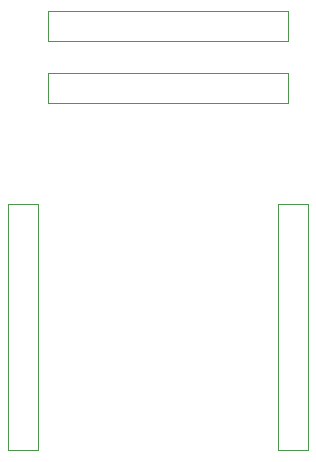
<source format=gbr>
%TF.GenerationSoftware,Altium Limited,Altium Designer,24.1.2 (44)*%
G04 Layer_Color=32768*
%FSLAX45Y45*%
%MOMM*%
%TF.SameCoordinates,5EC3BBD7-C06D-4BA5-B086-9FF2EE8CE176*%
%TF.FilePolarity,Positive*%
%TF.FileFunction,Other,Top_Component_Outline*%
%TF.Part,Single*%
G01*
G75*
%TA.AperFunction,NonConductor*%
%ADD23C,0.10000*%
D23*
X2857500Y4419600D02*
Y4673600D01*
X825500Y4419600D02*
Y4673600D01*
Y4419600D02*
X2857500D01*
X825500Y4673600D02*
X2857500D01*
Y3896360D02*
Y4150360D01*
X825500Y3896360D02*
Y4150360D01*
Y3896360D02*
X2857500D01*
X825500Y4150360D02*
X2857500D01*
X2770600Y952900D02*
X3020600D01*
Y3034900D01*
X2770600D02*
X3020600D01*
X2770600Y952900D02*
Y3034900D01*
X484600Y952900D02*
X734600D01*
Y3034900D01*
X484600D02*
X734600D01*
X484600Y952900D02*
Y3034900D01*
%TF.MD5,08bd61c490de58df09ea7fdd5b09d5bc*%
M02*

</source>
